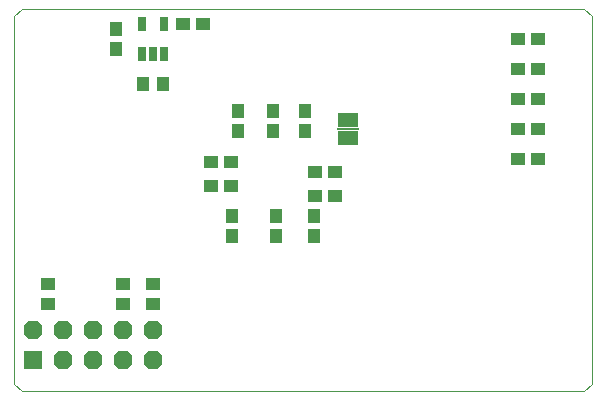
<source format=gbs>
G75*
%MOIN*%
%OFA0B0*%
%FSLAX25Y25*%
%IPPOS*%
%LPD*%
%AMOC8*
5,1,8,0,0,1.08239X$1,22.5*
%
%ADD10C,0.00000*%
%ADD11R,0.04731X0.04337*%
%ADD12R,0.04337X0.04731*%
%ADD13R,0.02565X0.05124*%
%ADD14R,0.06700X0.05000*%
%ADD15R,0.07200X0.00600*%
%ADD16OC8,0.06306*%
%ADD17R,0.06306X0.06306*%
D10*
X0007850Y0004100D02*
X0005350Y0006600D01*
X0005350Y0129100D01*
X0007850Y0131600D01*
X0195350Y0131600D01*
X0197850Y0129100D01*
X0197850Y0006600D01*
X0195350Y0004100D01*
X0007850Y0004100D01*
D11*
X0016600Y0033254D03*
X0016600Y0039946D03*
X0041600Y0039946D03*
X0041600Y0033254D03*
X0051600Y0033254D03*
X0051600Y0039946D03*
X0070754Y0072538D03*
X0077446Y0072538D03*
X0077446Y0080663D03*
X0070754Y0080663D03*
X0105441Y0077225D03*
X0112134Y0077225D03*
X0112134Y0069100D03*
X0105441Y0069100D03*
X0173254Y0081600D03*
X0179946Y0081600D03*
X0179946Y0091600D03*
X0173254Y0091600D03*
X0173254Y0101600D03*
X0179946Y0101600D03*
X0179946Y0111600D03*
X0173254Y0111600D03*
X0173254Y0121600D03*
X0179946Y0121600D03*
X0068071Y0126600D03*
X0061379Y0126600D03*
D12*
X0039100Y0124946D03*
X0039100Y0118254D03*
X0048254Y0106600D03*
X0054946Y0106600D03*
X0079725Y0097446D03*
X0079725Y0090754D03*
X0091600Y0090754D03*
X0091600Y0097446D03*
X0102225Y0097446D03*
X0102225Y0090754D03*
X0105350Y0062446D03*
X0105350Y0055754D03*
X0092537Y0055754D03*
X0092537Y0062446D03*
X0077850Y0062446D03*
X0077850Y0055754D03*
D13*
X0055340Y0116482D03*
X0051600Y0116482D03*
X0047860Y0116482D03*
X0047860Y0126718D03*
X0055340Y0126718D03*
D14*
X0116600Y0094600D03*
X0116600Y0088600D03*
D15*
X0116600Y0091600D03*
D16*
X0051600Y0024412D03*
X0041600Y0024412D03*
X0031600Y0024412D03*
X0021600Y0024412D03*
X0011600Y0024412D03*
X0021600Y0014412D03*
X0031600Y0014412D03*
X0041600Y0014412D03*
X0051600Y0014412D03*
D17*
X0011600Y0014412D03*
M02*

</source>
